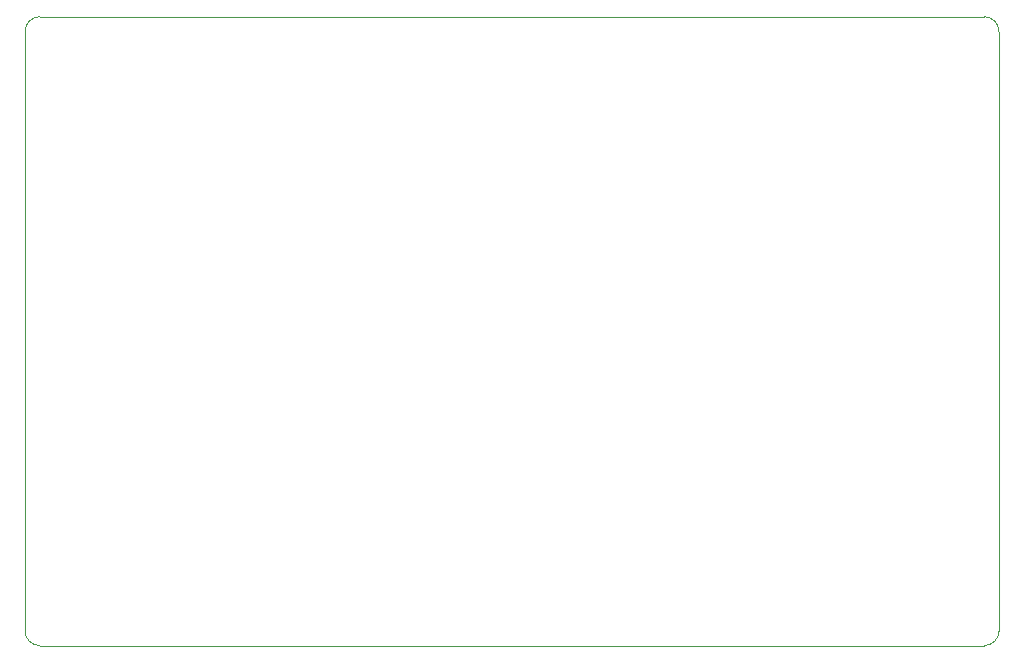
<source format=gbr>
%TF.GenerationSoftware,KiCad,Pcbnew,(6.0.6-0)*%
%TF.CreationDate,2022-07-26T08:46:40-07:00*%
%TF.ProjectId,BreadControlV3,42726561-6443-46f6-9e74-726f6c56332e,rev?*%
%TF.SameCoordinates,Original*%
%TF.FileFunction,Profile,NP*%
%FSLAX46Y46*%
G04 Gerber Fmt 4.6, Leading zero omitted, Abs format (unit mm)*
G04 Created by KiCad (PCBNEW (6.0.6-0)) date 2022-07-26 08:46:40*
%MOMM*%
%LPD*%
G01*
G04 APERTURE LIST*
%TA.AperFunction,Profile*%
%ADD10C,0.100000*%
%TD*%
G04 APERTURE END LIST*
D10*
X29210000Y-25400000D02*
G75*
G03*
X27940000Y-26670000I0J-1270000D01*
G01*
X110490000Y-77470000D02*
X110490000Y-26670000D01*
X109220000Y-78740000D02*
G75*
G03*
X110490000Y-77470000I0J1270000D01*
G01*
X29210000Y-78740000D02*
X109220000Y-78740000D01*
X27940000Y-77470000D02*
G75*
G03*
X29210000Y-78740000I1270000J0D01*
G01*
X110490000Y-26670000D02*
G75*
G03*
X109220000Y-25400000I-1270000J0D01*
G01*
X109220000Y-25400000D02*
X29210000Y-25400000D01*
X27940000Y-26670000D02*
X27940000Y-77470000D01*
M02*

</source>
